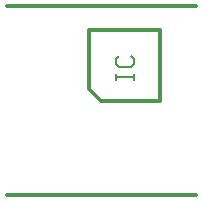
<source format=gbo>
G75*
%MOIN*%
%OFA0B0*%
%FSLAX25Y25*%
%IPPOS*%
%LPD*%
%AMOC8*
5,1,8,0,0,1.08239X$1,22.5*
%
%ADD10C,0.01200*%
%ADD11C,0.00700*%
D10*
X0072241Y0020744D02*
X0135233Y0020744D01*
X0123422Y0052240D02*
X0103737Y0052240D01*
X0099800Y0056177D01*
X0099800Y0075862D01*
X0123422Y0075862D01*
X0123422Y0052240D01*
X0135233Y0083736D02*
X0072241Y0083736D01*
D11*
X0108661Y0066341D02*
X0109645Y0067325D01*
X0108661Y0066341D02*
X0108661Y0064372D01*
X0109645Y0063388D01*
X0113582Y0063388D01*
X0114566Y0064372D01*
X0114566Y0066341D01*
X0113582Y0067325D01*
X0114566Y0061305D02*
X0114566Y0059337D01*
X0114566Y0060321D02*
X0108661Y0060321D01*
X0108661Y0059337D02*
X0108661Y0061305D01*
M02*

</source>
